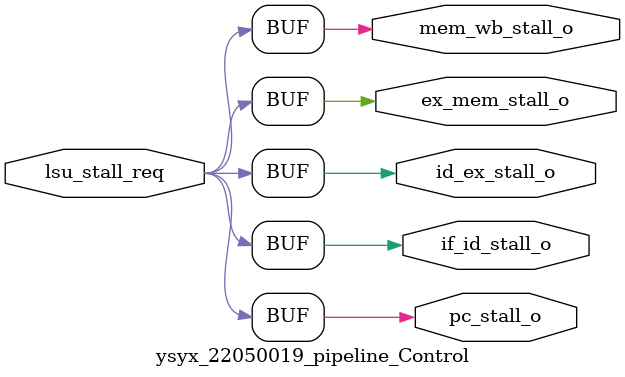
<source format=v>
module ysyx_22050019_pipeline_Control (

  input              lsu_stall_req  ,

  output wire        pc_stall_o     ,
  output wire        if_id_stall_o  ,
  output wire        id_ex_stall_o  ,
  output wire        ex_mem_stall_o ,
  output wire        mem_wb_stall_o
);

  /* 
   * stall-保持流水线寄存器的值不随时钟而刷新，完成流水线的暂停
   */

  assign pc_stall_o     = if_id_stall_o;
  assign if_id_stall_o  = id_ex_stall_o;
  assign id_ex_stall_o  = ex_mem_stall_o;
  assign ex_mem_stall_o = mem_wb_stall_o;
  assign mem_wb_stall_o = lsu_stall_req;

endmodule

</source>
